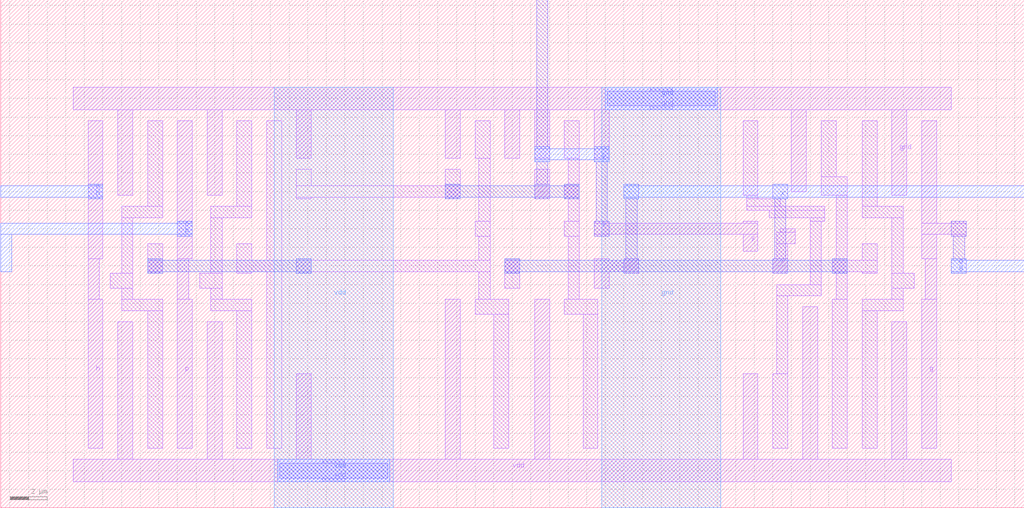
<source format=lef>
VERSION 5.3 ;
   NAMESCASESENSITIVE ON ;
   NOWIREEXTENSIONATPIN ON ;
   DIVIDERCHAR "/" ;
   BUSBITCHARS "[]" ;
UNITS
   DATABASE MICRONS 1000 ;
END UNITS

MACRO single_generate
   CLASS BLOCK ;
   FOREIGN single_generate ;
   ORIGIN 3.5000 1.0000 ;
   SIZE 55.0000 BY 27.3000 ;
   PIN vdd
      DIRECTION INOUT ;
      PORT
         LAYER M1 ;
	    RECT 2.8000 1.6000 3.6000 9.0000 ;
	    RECT 7.6000 1.6000 8.4000 9.0000 ;
	    RECT 12.4000 1.6000 13.2000 6.2000 ;
	    RECT 20.4000 1.6000 21.2000 10.2000 ;
	    RECT 25.2000 1.6000 26.0000 10.2000 ;
	    RECT 36.4000 1.6000 37.2000 6.2000 ;
	    RECT 39.6000 1.6000 40.4000 9.8000 ;
	    RECT 44.4000 1.6000 45.2000 9.0000 ;
	    RECT 0.4000 0.4000 47.6000 1.6000 ;
         LAYER M2 ;
	    RECT 13.8000 1.4000 15.0000 1.6000 ;
	    RECT 11.5000 0.6000 17.3000 1.4000 ;
	    RECT 13.8000 0.4000 15.0000 0.6000 ;
         LAYER M3 ;
	    RECT 11.4000 0.4000 17.4000 1.6000 ;
         LAYER M4 ;
	    RECT 11.2000 -1.0000 17.6000 21.6000 ;
      END
   END vdd
   PIN gnd
      DIRECTION INOUT ;
      PORT
         LAYER M1 ;
	    RECT 0.4000 20.4000 47.6000 21.6000 ;
	    RECT 2.8000 15.8000 3.6000 20.4000 ;
	    RECT 7.6000 15.8000 8.4000 20.4000 ;
	    RECT 12.4000 17.8000 13.2000 20.4000 ;
	    RECT 20.4000 17.8000 21.2000 20.4000 ;
	    RECT 23.6000 17.8000 24.4000 20.4000 ;
	    RECT 25.2000 17.8000 26.0000 20.4000 ;
	    RECT 28.4000 17.8000 29.2000 20.4000 ;
	    RECT 39.0000 16.0000 39.8000 20.4000 ;
	    RECT 44.4000 15.8000 45.2000 20.4000 ;
         LAYER M2 ;
	    RECT 31.4000 21.4000 32.6000 21.6000 ;
	    RECT 29.1000 20.6000 34.9000 21.4000 ;
	    RECT 31.4000 20.4000 32.6000 20.6000 ;
         LAYER M3 ;
	    RECT 29.0000 20.4000 35.0000 21.6000 ;
         LAYER M4 ;
	    RECT 28.8000 -1.0000 35.2000 21.6000 ;
      END
   END gnd
   PIN g
      DIRECTION INOUT ;
      PORT
         LAYER M1 ;
	    RECT 46.0000 14.3000 46.8000 19.8000 ;
	    RECT 47.6000 14.3000 48.4000 14.4000 ;
	    RECT 46.0000 13.7000 48.4000 14.3000 ;
	    RECT 46.0000 12.4000 46.8000 13.7000 ;
	    RECT 47.6000 13.6000 48.4000 13.7000 ;
	    RECT 46.2000 10.2000 46.8000 12.4000 ;
	    RECT 46.0000 2.2000 46.8000 10.2000 ;
         LAYER M2 ;
	    RECT 47.6000 13.6000 48.4000 14.4000 ;
	    RECT 47.7000 12.4000 48.3000 13.6000 ;
	    RECT 47.6000 11.6000 48.4000 12.4000 ;
         LAYER M3 ;
	    RECT 47.6000 12.3000 48.4000 12.4000 ;
	    RECT 47.6000 11.7000 51.5000 12.3000 ;
	    RECT 47.6000 11.6000 48.4000 11.7000 ;
      END
   END g
   PIN h
      DIRECTION INOUT ;
      PORT
         LAYER M1 ;
	    RECT 1.2000 12.4000 2.0000 19.8000 ;
	    RECT 1.2000 10.2000 1.8000 12.4000 ;
	    RECT 1.2000 2.2000 2.0000 10.2000 ;
         LAYER M2 ;
	    RECT 1.2000 15.6000 2.0000 16.4000 ;
         LAYER M3 ;
	    RECT 1.2000 16.3000 2.0000 16.4000 ;
	    RECT -3.5000 15.7000 2.0000 16.3000 ;
	    RECT 1.2000 15.6000 2.0000 15.7000 ;
      END
   END h
   PIN p
      DIRECTION INOUT ;
      PORT
         LAYER M1 ;
	    RECT 6.0000 12.4000 6.8000 19.8000 ;
	    RECT 6.0000 10.2000 6.6000 12.4000 ;
	    RECT 6.0000 2.2000 6.8000 10.2000 ;
         LAYER M2 ;
	    RECT 6.0000 13.6000 6.8000 14.4000 ;
         LAYER M3 ;
	    RECT 6.0000 14.3000 6.8000 14.4000 ;
	    RECT -3.5000 13.7000 6.8000 14.3000 ;
	    RECT -3.5000 11.7000 -2.9000 13.7000 ;
	    RECT 6.0000 13.6000 6.8000 13.7000 ;
      END
   END p
   PIN x
      DIRECTION INOUT ;
      PORT
         LAYER M1 ;
	    RECT 38.4000 13.8000 39.2000 14.0000 ;
	    RECT 38.2000 13.2000 39.2000 13.8000 ;
	    RECT 38.2000 12.4000 38.8000 13.2000 ;
	    RECT 28.4000 12.3000 29.2000 12.4000 ;
	    RECT 30.0000 12.3000 30.8000 12.4000 ;
	    RECT 28.4000 11.7000 30.8000 12.3000 ;
	    RECT 28.4000 10.8000 29.2000 11.7000 ;
	    RECT 30.0000 11.6000 30.8000 11.7000 ;
	    RECT 38.0000 11.6000 38.8000 12.4000 ;
         LAYER M2 ;
	    RECT 30.0000 15.6000 30.8000 16.4000 ;
	    RECT 38.0000 15.6000 38.8000 16.4000 ;
	    RECT 30.1000 12.4000 30.7000 15.6000 ;
	    RECT 38.1000 12.4000 38.7000 15.6000 ;
	    RECT 30.0000 11.6000 30.8000 12.4000 ;
	    RECT 38.0000 11.6000 38.8000 12.4000 ;
         LAYER M3 ;
	    RECT 30.0000 16.3000 30.8000 16.4000 ;
	    RECT 38.0000 16.3000 38.8000 16.4000 ;
	    RECT 30.0000 15.7000 51.5000 16.3000 ;
	    RECT 30.0000 15.6000 30.8000 15.7000 ;
	    RECT 38.0000 15.6000 38.8000 15.7000 ;
      END
   END x
   PIN y
      DIRECTION INOUT ;
      PORT
         LAYER M1 ;
	    RECT 25.2000 15.6000 26.0000 17.2000 ;
	    RECT 28.4000 14.3000 29.2000 14.4000 ;
	    RECT 36.4000 14.3000 37.2000 14.4000 ;
	    RECT 28.4000 13.7000 37.2000 14.3000 ;
	    RECT 28.4000 13.6000 29.2000 13.7000 ;
	    RECT 36.4000 12.8000 37.2000 13.7000 ;
         LAYER M2 ;
	    RECT 25.3000 18.4000 25.9000 26.3000 ;
	    RECT 25.2000 17.6000 26.0000 18.4000 ;
	    RECT 28.4000 17.6000 29.2000 18.4000 ;
	    RECT 25.3000 16.4000 25.9000 17.6000 ;
	    RECT 25.2000 15.6000 26.0000 16.4000 ;
	    RECT 28.5000 14.4000 29.1000 17.6000 ;
	    RECT 28.4000 13.6000 29.2000 14.4000 ;
         LAYER M3 ;
	    RECT 25.2000 18.3000 26.0000 18.4000 ;
	    RECT 28.4000 18.3000 29.2000 18.4000 ;
	    RECT 25.2000 17.7000 29.2000 18.3000 ;
	    RECT 25.2000 17.6000 26.0000 17.7000 ;
	    RECT 28.4000 17.6000 29.2000 17.7000 ;
      END
   END y
   OBS
         LAYER M1 ;
	    RECT 4.4000 15.2000 5.2000 19.8000 ;
	    RECT 9.2000 15.2000 10.0000 19.8000 ;
	    RECT 3.0000 14.6000 5.2000 15.2000 ;
	    RECT 7.8000 14.6000 10.0000 15.2000 ;
	    RECT 3.0000 11.6000 3.6000 14.6000 ;
	    RECT 4.4000 11.6000 5.2000 13.2000 ;
	    RECT 7.8000 11.6000 8.4000 14.6000 ;
	    RECT 9.2000 12.3000 10.0000 13.2000 ;
	    RECT 10.8000 12.3000 11.6000 19.8000 ;
	    RECT 22.0000 17.8000 22.8000 19.8000 ;
	    RECT 26.8000 17.8000 27.6000 19.8000 ;
	    RECT 12.4000 16.3000 13.2000 17.2000 ;
	    RECT 20.4000 16.3000 21.2000 17.2000 ;
	    RECT 12.4000 15.7000 21.2000 16.3000 ;
	    RECT 12.4000 15.6000 13.2000 15.7000 ;
	    RECT 20.4000 15.6000 21.2000 15.7000 ;
	    RECT 22.2000 14.4000 22.8000 17.8000 ;
	    RECT 27.0000 16.4000 27.6000 17.8000 ;
	    RECT 26.8000 15.6000 27.6000 16.4000 ;
	    RECT 36.4000 15.8000 37.2000 19.8000 ;
	    RECT 40.6000 16.8000 41.4000 19.8000 ;
	    RECT 40.6000 15.8000 42.0000 16.8000 ;
	    RECT 27.0000 14.4000 27.6000 15.6000 ;
	    RECT 36.6000 15.6000 37.2000 15.8000 ;
	    RECT 36.6000 15.2000 38.4000 15.6000 ;
	    RECT 36.6000 15.0000 40.8000 15.2000 ;
	    RECT 37.8000 14.6000 40.8000 15.0000 ;
	    RECT 22.0000 13.6000 22.8000 14.4000 ;
	    RECT 26.8000 13.6000 27.6000 14.4000 ;
	    RECT 9.2000 11.7000 11.6000 12.3000 ;
	    RECT 9.2000 11.6000 10.0000 11.7000 ;
	    RECT 2.4000 10.8000 3.6000 11.6000 ;
	    RECT 7.2000 10.8000 8.4000 11.6000 ;
	    RECT 3.0000 10.2000 3.6000 10.8000 ;
	    RECT 7.8000 10.2000 8.4000 10.8000 ;
	    RECT 3.0000 9.6000 5.2000 10.2000 ;
	    RECT 7.8000 9.6000 10.0000 10.2000 ;
	    RECT 4.4000 2.2000 5.2000 9.6000 ;
	    RECT 9.2000 2.2000 10.0000 9.6000 ;
	    RECT 10.8000 2.2000 11.6000 11.7000 ;
	    RECT 12.4000 12.3000 13.2000 12.4000 ;
	    RECT 22.2000 12.3000 22.8000 13.6000 ;
	    RECT 12.4000 11.7000 22.8000 12.3000 ;
	    RECT 12.4000 11.6000 13.2000 11.7000 ;
	    RECT 22.2000 10.2000 22.8000 11.7000 ;
	    RECT 23.6000 10.8000 24.4000 12.4000 ;
	    RECT 27.0000 10.2000 27.6000 13.6000 ;
	    RECT 40.0000 14.4000 40.8000 14.6000 ;
	    RECT 40.0000 11.0000 40.6000 14.4000 ;
	    RECT 41.4000 12.4000 42.0000 15.8000 ;
	    RECT 42.8000 15.2000 43.6000 19.8000 ;
	    RECT 42.8000 14.6000 45.0000 15.2000 ;
	    RECT 41.2000 12.3000 42.0000 12.4000 ;
	    RECT 42.8000 12.3000 43.6000 13.2000 ;
	    RECT 41.2000 11.7000 43.6000 12.3000 ;
	    RECT 41.2000 11.6000 42.0000 11.7000 ;
	    RECT 42.8000 11.6000 43.6000 11.7000 ;
	    RECT 44.4000 11.6000 45.0000 14.6000 ;
	    RECT 38.2000 10.4000 40.6000 11.0000 ;
	    RECT 22.0000 9.4000 23.8000 10.2000 ;
	    RECT 26.8000 9.4000 28.6000 10.2000 ;
	    RECT 23.0000 2.2000 23.8000 9.4000 ;
	    RECT 27.8000 2.2000 28.6000 9.4000 ;
	    RECT 38.2000 6.2000 38.8000 10.4000 ;
	    RECT 41.4000 10.2000 42.0000 11.6000 ;
	    RECT 44.4000 10.8000 45.6000 11.6000 ;
	    RECT 44.4000 10.2000 45.0000 10.8000 ;
	    RECT 38.0000 2.2000 38.8000 6.2000 ;
	    RECT 41.2000 2.2000 42.0000 10.2000 ;
	    RECT 42.8000 9.6000 45.0000 10.2000 ;
	    RECT 42.8000 2.2000 43.6000 9.6000 ;
         LAYER M2 ;
	    RECT 20.4000 15.6000 21.2000 16.4000 ;
	    RECT 26.8000 15.6000 27.6000 16.4000 ;
	    RECT 4.4000 11.6000 5.2000 12.4000 ;
	    RECT 12.4000 11.6000 13.2000 12.4000 ;
	    RECT 23.6000 11.6000 24.4000 12.4000 ;
	    RECT 41.2000 11.6000 42.0000 12.4000 ;
         LAYER M3 ;
	    RECT 20.4000 16.3000 21.2000 16.4000 ;
	    RECT 26.8000 16.3000 27.6000 16.4000 ;
	    RECT 20.4000 15.7000 27.6000 16.3000 ;
	    RECT 20.4000 15.6000 21.2000 15.7000 ;
	    RECT 26.8000 15.6000 27.6000 15.7000 ;
	    RECT 4.4000 12.3000 5.2000 12.4000 ;
	    RECT 12.4000 12.3000 13.2000 12.4000 ;
	    RECT 4.4000 11.7000 13.2000 12.3000 ;
	    RECT 4.4000 11.6000 5.2000 11.7000 ;
	    RECT 12.4000 11.6000 13.2000 11.7000 ;
	    RECT 23.6000 12.3000 24.4000 12.4000 ;
	    RECT 41.2000 12.3000 42.0000 12.4000 ;
	    RECT 23.6000 11.7000 42.0000 12.3000 ;
	    RECT 23.6000 11.6000 24.4000 11.7000 ;
	    RECT 41.2000 11.6000 42.0000 11.7000 ;
   END
END single_generate

</source>
